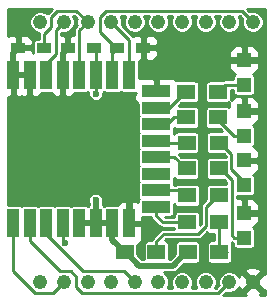
<source format=gbr>
G04 #@! TF.FileFunction,Copper,L1,Top,Signal*
%FSLAX46Y46*%
G04 Gerber Fmt 4.6, Leading zero omitted, Abs format (unit mm)*
G04 Created by KiCad (PCBNEW (after 2015-may-25 BZR unknown)-product) date Wed 03 Jun 2015 02:58:06 PM PDT*
%MOMM*%
G01*
G04 APERTURE LIST*
%ADD10C,0.100000*%
%ADD11R,1.198880X1.198880*%
%ADD12C,1.224000*%
%ADD13R,1.500000X1.300000*%
%ADD14R,1.000000X2.450000*%
%ADD15R,2.450000X1.000000*%
%ADD16R,1.200000X0.900000*%
%ADD17C,0.600000*%
%ADD18C,0.250000*%
%ADD19C,0.500000*%
G04 APERTURE END LIST*
D10*
D11*
X157861000Y-106713020D03*
X157861000Y-104614980D03*
X157861000Y-102268020D03*
X157861000Y-100169980D03*
X157861000Y-98077020D03*
X157861000Y-95978980D03*
X157861000Y-93759020D03*
X157861000Y-91660980D03*
D12*
X140609500Y-110453500D03*
X142609500Y-110453500D03*
X144609500Y-110453500D03*
X146609500Y-110453500D03*
X148609500Y-110453500D03*
X150609500Y-110453500D03*
X152609500Y-110453500D03*
X154609500Y-110453500D03*
X156609500Y-110453500D03*
X158609500Y-110453500D03*
X140609500Y-88453500D03*
X142609500Y-88453500D03*
X144609500Y-88453500D03*
X146609500Y-88453500D03*
X148609500Y-88453500D03*
X150609500Y-88453500D03*
X152609500Y-88453500D03*
X154609500Y-88453500D03*
X156609500Y-88453500D03*
X158609500Y-88453500D03*
D13*
X155782000Y-107924600D03*
X153082000Y-107924600D03*
X150448000Y-107924600D03*
X147748000Y-107924600D03*
X155705800Y-100838000D03*
X153005800Y-100838000D03*
X155702000Y-98679000D03*
X153002000Y-98679000D03*
X155655000Y-96520000D03*
X152955000Y-96520000D03*
X155655000Y-94361000D03*
X152955000Y-94361000D03*
D14*
X148122000Y-92905000D03*
D15*
X150417000Y-104100000D03*
D14*
X138322000Y-105495000D03*
X139722000Y-105495000D03*
X141122000Y-105495000D03*
X142522000Y-105495000D03*
X143922000Y-105495000D03*
X145322000Y-105495000D03*
X146722000Y-105495000D03*
X148122000Y-105495000D03*
D15*
X150417000Y-102700000D03*
X150417000Y-101300000D03*
X150417000Y-99900000D03*
X150417000Y-98500000D03*
X150417000Y-97100000D03*
X150417000Y-95700000D03*
X150417000Y-94300000D03*
D14*
X146722000Y-92905000D03*
X145322000Y-92905000D03*
X143922000Y-92905000D03*
X142522000Y-92905000D03*
X141122000Y-92905000D03*
X139722000Y-92905000D03*
X138322000Y-92905000D03*
D13*
X155735000Y-105410000D03*
X153035000Y-105410000D03*
X155735000Y-103124000D03*
X153035000Y-103124000D03*
D16*
X138727000Y-90627200D03*
X140927000Y-90627200D03*
X142943400Y-90627200D03*
X145143400Y-90627200D03*
X149342200Y-90627200D03*
X147142200Y-90627200D03*
D17*
X148122000Y-103770000D03*
X145288000Y-103505000D03*
X142727285Y-107126389D03*
X145313400Y-94513400D03*
D18*
X157861000Y-106713020D02*
X157011560Y-106713020D01*
X157011560Y-106713020D02*
X156810001Y-106511461D01*
X156810001Y-106511461D02*
X156810001Y-101842201D01*
X156810001Y-101842201D02*
X155805800Y-100838000D01*
X155805800Y-100838000D02*
X155705800Y-100838000D01*
D19*
X142522000Y-92905000D02*
X142522000Y-91048600D01*
X142522000Y-91048600D02*
X142943400Y-90627200D01*
X138322000Y-92905000D02*
X138322000Y-91032200D01*
X138322000Y-91032200D02*
X138727000Y-90627200D01*
X148122000Y-105495000D02*
X148122000Y-103770000D01*
X138322000Y-92905000D02*
X139722000Y-92905000D01*
D18*
X157861000Y-102268020D02*
X157861000Y-101981000D01*
X157861000Y-101981000D02*
X156780801Y-100900801D01*
X156780801Y-100900801D02*
X156780801Y-99657801D01*
X156780801Y-99657801D02*
X155802000Y-98679000D01*
X155802000Y-98679000D02*
X155702000Y-98679000D01*
X157861000Y-98077020D02*
X157011560Y-98077020D01*
X157011560Y-98077020D02*
X155655000Y-96720460D01*
X155655000Y-96720460D02*
X155655000Y-96520000D01*
X157861000Y-93759020D02*
X156256980Y-93759020D01*
X156256980Y-93759020D02*
X155655000Y-94361000D01*
X155782000Y-107924600D02*
X155782000Y-105457000D01*
X155782000Y-105457000D02*
X155735000Y-105410000D01*
X156340800Y-107873800D02*
X156391600Y-107924600D01*
X150417000Y-104100000D02*
X150417000Y-104850000D01*
X150417000Y-104850000D02*
X150977000Y-105410000D01*
X150977000Y-105410000D02*
X152035000Y-105410000D01*
X152035000Y-105410000D02*
X153035000Y-105410000D01*
X150448000Y-107924600D02*
X150448000Y-107024600D01*
X153964999Y-106385001D02*
X154659999Y-105690001D01*
X150448000Y-107024600D02*
X151087599Y-106385001D01*
X155635000Y-103124000D02*
X155735000Y-103124000D01*
X151087599Y-106385001D02*
X153964999Y-106385001D01*
X154659999Y-105690001D02*
X154659999Y-104099001D01*
X154659999Y-104099001D02*
X155635000Y-103124000D01*
X156215400Y-103047800D02*
X156315400Y-103047800D01*
X150417000Y-102700000D02*
X152611000Y-102700000D01*
X152611000Y-102700000D02*
X153035000Y-103124000D01*
X153267600Y-102700000D02*
X153615400Y-103047800D01*
D19*
X147748000Y-107924600D02*
X147848000Y-107924600D01*
X147848000Y-107924600D02*
X148998000Y-109074600D01*
X148998000Y-109074600D02*
X151832000Y-109074600D01*
X151832000Y-109074600D02*
X152982000Y-107924600D01*
X152982000Y-107924600D02*
X153082000Y-107924600D01*
X146722000Y-105495000D02*
X146722000Y-106898600D01*
X146722000Y-106898600D02*
X147748000Y-107924600D01*
X145322000Y-105495000D02*
X145322000Y-103539000D01*
X145322000Y-103539000D02*
X145288000Y-103505000D01*
X143922000Y-105495000D02*
X146722000Y-105495000D01*
D18*
X138322000Y-105495000D02*
X138322000Y-109552762D01*
X138322000Y-109552762D02*
X140159739Y-111390501D01*
X140159739Y-111390501D02*
X141672499Y-111390501D01*
X141672499Y-111390501D02*
X141997501Y-111065499D01*
X141997501Y-111065499D02*
X142609500Y-110453500D01*
X142522000Y-105495000D02*
X142522000Y-106921104D01*
X142522000Y-106921104D02*
X142727285Y-107126389D01*
X145322000Y-92905000D02*
X145322000Y-90805800D01*
X145322000Y-90805800D02*
X145143400Y-90627200D01*
X145322000Y-92905000D02*
X145322000Y-94504800D01*
X145322000Y-94504800D02*
X145313400Y-94513400D01*
X141122000Y-105495000D02*
X141122000Y-106405002D01*
X141122000Y-106405002D02*
X144233497Y-109516499D01*
X144233497Y-109516499D02*
X147672499Y-109516499D01*
X147672499Y-109516499D02*
X147997501Y-109841501D01*
X147997501Y-109841501D02*
X148609500Y-110453500D01*
X139722000Y-105495000D02*
X139722000Y-106970000D01*
X142268499Y-109516499D02*
X143185259Y-109516499D01*
X143185259Y-109516499D02*
X143672499Y-110003739D01*
X155997501Y-111065499D02*
X156609500Y-110453500D01*
X139722000Y-106970000D02*
X142268499Y-109516499D01*
X143672499Y-110003739D02*
X143672499Y-110903261D01*
X143672499Y-110903261D02*
X144159739Y-111390501D01*
X144159739Y-111390501D02*
X155672499Y-111390501D01*
X155672499Y-111390501D02*
X155997501Y-111065499D01*
X141122000Y-92905000D02*
X141122000Y-91994998D01*
X141122000Y-91994998D02*
X141946990Y-91170008D01*
X141946990Y-91170008D02*
X141946990Y-89116010D01*
X141946990Y-89116010D02*
X141997501Y-89065499D01*
X141997501Y-89065499D02*
X142609500Y-88453500D01*
X144609500Y-88453500D02*
X143672499Y-87516499D01*
X143672499Y-87516499D02*
X142033741Y-87516499D01*
X142033741Y-87516499D02*
X141546501Y-88003739D01*
X141546501Y-88003739D02*
X141546501Y-88880089D01*
X141546501Y-88880089D02*
X140927000Y-89499590D01*
X140927000Y-89499590D02*
X140927000Y-89927200D01*
X140927000Y-89927200D02*
X140927000Y-90627200D01*
X143922000Y-92905000D02*
X143922000Y-89141000D01*
X143922000Y-89141000D02*
X144609500Y-88453500D01*
X148122000Y-92905000D02*
X148122000Y-89966000D01*
X148122000Y-89966000D02*
X146609500Y-88453500D01*
X147142200Y-90627200D02*
X146992200Y-90627200D01*
X145672499Y-89307499D02*
X145672499Y-88003739D01*
X146992200Y-90627200D02*
X145672499Y-89307499D01*
X145672499Y-88003739D02*
X146159739Y-87516499D01*
X146159739Y-87516499D02*
X157672499Y-87516499D01*
X157672499Y-87516499D02*
X157997501Y-87841501D01*
X157997501Y-87841501D02*
X158609500Y-88453500D01*
X146722000Y-92905000D02*
X146722000Y-91047400D01*
X146722000Y-91047400D02*
X147142200Y-90627200D01*
X150417000Y-99900000D02*
X151967800Y-99900000D01*
X151967800Y-99900000D02*
X152905800Y-100838000D01*
X152905800Y-100838000D02*
X153005800Y-100838000D01*
X153002000Y-98679000D02*
X150596000Y-98679000D01*
X150596000Y-98679000D02*
X150417000Y-98500000D01*
X152955000Y-96520000D02*
X151955000Y-96520000D01*
X151955000Y-96520000D02*
X151375000Y-97100000D01*
X151375000Y-97100000D02*
X150417000Y-97100000D01*
X152955000Y-94361000D02*
X152855000Y-94361000D01*
X152855000Y-94361000D02*
X151516000Y-95700000D01*
X151516000Y-95700000D02*
X150417000Y-95700000D01*
G36*
X141581844Y-87332000D02*
X141228303Y-87685541D01*
X141203660Y-87722421D01*
X141140961Y-87659613D01*
X140796699Y-87516663D01*
X140423937Y-87516338D01*
X140079425Y-87658687D01*
X139815613Y-87922039D01*
X139672663Y-88266301D01*
X139672338Y-88639063D01*
X139814687Y-88983575D01*
X140078039Y-89247387D01*
X140422301Y-89390337D01*
X140498718Y-89390403D01*
X140477000Y-89499590D01*
X140477000Y-89845833D01*
X140327000Y-89845833D01*
X140203079Y-89869877D01*
X140094163Y-89941422D01*
X140021256Y-90049431D01*
X139995633Y-90177200D01*
X139995633Y-91060617D01*
X139960000Y-91096250D01*
X139960000Y-90951289D01*
X139960000Y-90914450D01*
X139960000Y-90339950D01*
X139960000Y-90303111D01*
X139960000Y-90051288D01*
X139863631Y-89818634D01*
X139685565Y-89640568D01*
X139452911Y-89544200D01*
X139014250Y-89544200D01*
X138856000Y-89702450D01*
X138856000Y-90498200D01*
X139801750Y-90498200D01*
X139960000Y-90339950D01*
X139960000Y-90914450D01*
X139801750Y-90756200D01*
X138856000Y-90756200D01*
X138856000Y-90776200D01*
X138598000Y-90776200D01*
X138598000Y-90756200D01*
X138578000Y-90756200D01*
X138578000Y-90498200D01*
X138598000Y-90498200D01*
X138598000Y-89702450D01*
X138439750Y-89544200D01*
X138001089Y-89544200D01*
X137875000Y-89596427D01*
X137875000Y-87332000D01*
X141581844Y-87332000D01*
X141581844Y-87332000D01*
G37*
X141581844Y-87332000D02*
X141228303Y-87685541D01*
X141203660Y-87722421D01*
X141140961Y-87659613D01*
X140796699Y-87516663D01*
X140423937Y-87516338D01*
X140079425Y-87658687D01*
X139815613Y-87922039D01*
X139672663Y-88266301D01*
X139672338Y-88639063D01*
X139814687Y-88983575D01*
X140078039Y-89247387D01*
X140422301Y-89390337D01*
X140498718Y-89390403D01*
X140477000Y-89499590D01*
X140477000Y-89845833D01*
X140327000Y-89845833D01*
X140203079Y-89869877D01*
X140094163Y-89941422D01*
X140021256Y-90049431D01*
X139995633Y-90177200D01*
X139995633Y-91060617D01*
X139960000Y-91096250D01*
X139960000Y-90951289D01*
X139960000Y-90914450D01*
X139960000Y-90339950D01*
X139960000Y-90303111D01*
X139960000Y-90051288D01*
X139863631Y-89818634D01*
X139685565Y-89640568D01*
X139452911Y-89544200D01*
X139014250Y-89544200D01*
X138856000Y-89702450D01*
X138856000Y-90498200D01*
X139801750Y-90498200D01*
X139960000Y-90339950D01*
X139960000Y-90914450D01*
X139801750Y-90756200D01*
X138856000Y-90756200D01*
X138856000Y-90776200D01*
X138598000Y-90776200D01*
X138598000Y-90756200D01*
X138578000Y-90756200D01*
X138578000Y-90498200D01*
X138598000Y-90498200D01*
X138598000Y-89702450D01*
X138439750Y-89544200D01*
X138001089Y-89544200D01*
X137875000Y-89596427D01*
X137875000Y-87332000D01*
X141581844Y-87332000D01*
G36*
X143706021Y-88720582D02*
X143603802Y-88822802D01*
X143506254Y-88968792D01*
X143472000Y-89141000D01*
X143472000Y-89544200D01*
X143230650Y-89544200D01*
X143072400Y-89702450D01*
X143072400Y-90498200D01*
X143092400Y-90498200D01*
X143092400Y-90756200D01*
X143072400Y-90756200D01*
X143072400Y-90776200D01*
X142814400Y-90776200D01*
X142814400Y-90756200D01*
X142794400Y-90756200D01*
X142794400Y-90498200D01*
X142814400Y-90498200D01*
X142814400Y-89702450D01*
X142656150Y-89544200D01*
X142396990Y-89544200D01*
X142396990Y-89379826D01*
X142422301Y-89390337D01*
X142795063Y-89390662D01*
X143139575Y-89248313D01*
X143403387Y-88984961D01*
X143546337Y-88640699D01*
X143546662Y-88267937D01*
X143422110Y-87966499D01*
X143486103Y-87966499D01*
X143705888Y-88186284D01*
X143672663Y-88266301D01*
X143672338Y-88639063D01*
X143706021Y-88720582D01*
X143706021Y-88720582D01*
G37*
X143706021Y-88720582D02*
X143603802Y-88822802D01*
X143506254Y-88968792D01*
X143472000Y-89141000D01*
X143472000Y-89544200D01*
X143230650Y-89544200D01*
X143072400Y-89702450D01*
X143072400Y-90498200D01*
X143092400Y-90498200D01*
X143092400Y-90756200D01*
X143072400Y-90756200D01*
X143072400Y-90776200D01*
X142814400Y-90776200D01*
X142814400Y-90756200D01*
X142794400Y-90756200D01*
X142794400Y-90498200D01*
X142814400Y-90498200D01*
X142814400Y-89702450D01*
X142656150Y-89544200D01*
X142396990Y-89544200D01*
X142396990Y-89379826D01*
X142422301Y-89390337D01*
X142795063Y-89390662D01*
X143139575Y-89248313D01*
X143403387Y-88984961D01*
X143546337Y-88640699D01*
X143546662Y-88267937D01*
X143422110Y-87966499D01*
X143486103Y-87966499D01*
X143705888Y-88186284D01*
X143672663Y-88266301D01*
X143672338Y-88639063D01*
X143706021Y-88720582D01*
G36*
X151953633Y-105935001D02*
X151087599Y-105935001D01*
X150915392Y-105969254D01*
X150769401Y-106066803D01*
X150129802Y-106706402D01*
X150032254Y-106852392D01*
X150014184Y-106943233D01*
X149698000Y-106943233D01*
X149574079Y-106967277D01*
X149465163Y-107038822D01*
X149392256Y-107146831D01*
X149366633Y-107274600D01*
X149366633Y-108499600D01*
X149236172Y-108499600D01*
X148829367Y-108092794D01*
X148829367Y-107319260D01*
X148980566Y-107256631D01*
X149158632Y-107078565D01*
X149255000Y-106845911D01*
X149255000Y-105782250D01*
X149096750Y-105624000D01*
X148251000Y-105624000D01*
X148251000Y-105644000D01*
X147993000Y-105644000D01*
X147993000Y-105624000D01*
X147973000Y-105624000D01*
X147973000Y-105366000D01*
X147993000Y-105366000D01*
X147993000Y-103795250D01*
X147834750Y-103637000D01*
X147747911Y-103637000D01*
X147496088Y-103637000D01*
X147263434Y-103733369D01*
X147085368Y-103911435D01*
X147074102Y-103938633D01*
X146222000Y-103938633D01*
X146098079Y-103962677D01*
X146021729Y-104012829D01*
X145949769Y-103964256D01*
X145897000Y-103953673D01*
X145897000Y-103668135D01*
X145912891Y-103629866D01*
X145913108Y-103381225D01*
X145818158Y-103151429D01*
X145642496Y-102975460D01*
X145412866Y-102880109D01*
X145164225Y-102879892D01*
X144934429Y-102974842D01*
X144758460Y-103150504D01*
X144663109Y-103380134D01*
X144662892Y-103628775D01*
X144747000Y-103832331D01*
X144747000Y-103953185D01*
X144698079Y-103962677D01*
X144621729Y-104012829D01*
X144549769Y-103964256D01*
X144422000Y-103938633D01*
X143422000Y-103938633D01*
X143298079Y-103962677D01*
X143221729Y-104012829D01*
X143149769Y-103964256D01*
X143022000Y-103938633D01*
X142022000Y-103938633D01*
X141898079Y-103962677D01*
X141821729Y-104012829D01*
X141749769Y-103964256D01*
X141622000Y-103938633D01*
X140622000Y-103938633D01*
X140498079Y-103962677D01*
X140421729Y-104012829D01*
X140349769Y-103964256D01*
X140222000Y-103938633D01*
X139593000Y-103938633D01*
X139593000Y-94604750D01*
X139593000Y-93034000D01*
X139296750Y-93034000D01*
X138747250Y-93034000D01*
X138451000Y-93034000D01*
X138451000Y-94604750D01*
X138609250Y-94763000D01*
X138696089Y-94763000D01*
X138947912Y-94763000D01*
X139022000Y-94732311D01*
X139096088Y-94763000D01*
X139347911Y-94763000D01*
X139434750Y-94763000D01*
X139593000Y-94604750D01*
X139593000Y-103938633D01*
X139222000Y-103938633D01*
X139098079Y-103962677D01*
X139021729Y-104012829D01*
X138949769Y-103964256D01*
X138822000Y-103938633D01*
X137875000Y-103938633D01*
X137875000Y-94763000D01*
X137947911Y-94763000D01*
X138034750Y-94763000D01*
X138193000Y-94604750D01*
X138193000Y-93034000D01*
X138173000Y-93034000D01*
X138173000Y-92776000D01*
X138193000Y-92776000D01*
X138193000Y-92756000D01*
X138451000Y-92756000D01*
X138451000Y-92776000D01*
X138747250Y-92776000D01*
X139296750Y-92776000D01*
X139593000Y-92776000D01*
X139593000Y-92756000D01*
X139851000Y-92756000D01*
X139851000Y-92776000D01*
X139871000Y-92776000D01*
X139871000Y-93034000D01*
X139851000Y-93034000D01*
X139851000Y-94604750D01*
X140009250Y-94763000D01*
X140096089Y-94763000D01*
X140347912Y-94763000D01*
X140580566Y-94666631D01*
X140758632Y-94488565D01*
X140769897Y-94461367D01*
X141474102Y-94461367D01*
X141485368Y-94488565D01*
X141663434Y-94666631D01*
X141896088Y-94763000D01*
X142147911Y-94763000D01*
X142234750Y-94763000D01*
X142393000Y-94604750D01*
X142393000Y-93034000D01*
X142373000Y-93034000D01*
X142373000Y-92776000D01*
X142393000Y-92776000D01*
X142393000Y-92756000D01*
X142651000Y-92756000D01*
X142651000Y-92776000D01*
X142671000Y-92776000D01*
X142671000Y-93034000D01*
X142651000Y-93034000D01*
X142651000Y-94604750D01*
X142809250Y-94763000D01*
X142896089Y-94763000D01*
X143147912Y-94763000D01*
X143380566Y-94666631D01*
X143558632Y-94488565D01*
X143569897Y-94461367D01*
X144422000Y-94461367D01*
X144545921Y-94437323D01*
X144622270Y-94387170D01*
X144688471Y-94431856D01*
X144688292Y-94637175D01*
X144783242Y-94866971D01*
X144958904Y-95042940D01*
X145188534Y-95138291D01*
X145437175Y-95138508D01*
X145666971Y-95043558D01*
X145842940Y-94867896D01*
X145938291Y-94638266D01*
X145938465Y-94438769D01*
X145945921Y-94437323D01*
X146022270Y-94387170D01*
X146094231Y-94435744D01*
X146222000Y-94461367D01*
X147222000Y-94461367D01*
X147345921Y-94437323D01*
X147422270Y-94387170D01*
X147494231Y-94435744D01*
X147622000Y-94461367D01*
X148622000Y-94461367D01*
X148700021Y-94446228D01*
X148559000Y-94587250D01*
X148559000Y-94925911D01*
X148655368Y-95158565D01*
X148833434Y-95336631D01*
X148860633Y-95347897D01*
X148860633Y-96200000D01*
X148884677Y-96323921D01*
X148934829Y-96400270D01*
X148886256Y-96472231D01*
X148860633Y-96600000D01*
X148860633Y-97600000D01*
X148884677Y-97723921D01*
X148934829Y-97800270D01*
X148886256Y-97872231D01*
X148860633Y-98000000D01*
X148860633Y-99000000D01*
X148884677Y-99123921D01*
X148934829Y-99200270D01*
X148886256Y-99272231D01*
X148860633Y-99400000D01*
X148860633Y-100400000D01*
X148884677Y-100523921D01*
X148934829Y-100600270D01*
X148886256Y-100672231D01*
X148860633Y-100800000D01*
X148860633Y-101800000D01*
X148884677Y-101923921D01*
X148934829Y-102000270D01*
X148886256Y-102072231D01*
X148860633Y-102200000D01*
X148860633Y-103200000D01*
X148884677Y-103323921D01*
X148934829Y-103400270D01*
X148886256Y-103472231D01*
X148860633Y-103600000D01*
X148860633Y-103683690D01*
X148747912Y-103637000D01*
X148496089Y-103637000D01*
X148409250Y-103637000D01*
X148251000Y-103795250D01*
X148251000Y-105366000D01*
X149096750Y-105366000D01*
X149255000Y-105207750D01*
X149255000Y-104931367D01*
X149983184Y-104931367D01*
X150001254Y-105022208D01*
X150098802Y-105168198D01*
X150658802Y-105728198D01*
X150804792Y-105825746D01*
X150804793Y-105825747D01*
X150977000Y-105860000D01*
X151953633Y-105860000D01*
X151953633Y-105935001D01*
X151953633Y-105935001D01*
G37*
X151953633Y-105935001D02*
X151087599Y-105935001D01*
X150915392Y-105969254D01*
X150769401Y-106066803D01*
X150129802Y-106706402D01*
X150032254Y-106852392D01*
X150014184Y-106943233D01*
X149698000Y-106943233D01*
X149574079Y-106967277D01*
X149465163Y-107038822D01*
X149392256Y-107146831D01*
X149366633Y-107274600D01*
X149366633Y-108499600D01*
X149236172Y-108499600D01*
X148829367Y-108092794D01*
X148829367Y-107319260D01*
X148980566Y-107256631D01*
X149158632Y-107078565D01*
X149255000Y-106845911D01*
X149255000Y-105782250D01*
X149096750Y-105624000D01*
X148251000Y-105624000D01*
X148251000Y-105644000D01*
X147993000Y-105644000D01*
X147993000Y-105624000D01*
X147973000Y-105624000D01*
X147973000Y-105366000D01*
X147993000Y-105366000D01*
X147993000Y-103795250D01*
X147834750Y-103637000D01*
X147747911Y-103637000D01*
X147496088Y-103637000D01*
X147263434Y-103733369D01*
X147085368Y-103911435D01*
X147074102Y-103938633D01*
X146222000Y-103938633D01*
X146098079Y-103962677D01*
X146021729Y-104012829D01*
X145949769Y-103964256D01*
X145897000Y-103953673D01*
X145897000Y-103668135D01*
X145912891Y-103629866D01*
X145913108Y-103381225D01*
X145818158Y-103151429D01*
X145642496Y-102975460D01*
X145412866Y-102880109D01*
X145164225Y-102879892D01*
X144934429Y-102974842D01*
X144758460Y-103150504D01*
X144663109Y-103380134D01*
X144662892Y-103628775D01*
X144747000Y-103832331D01*
X144747000Y-103953185D01*
X144698079Y-103962677D01*
X144621729Y-104012829D01*
X144549769Y-103964256D01*
X144422000Y-103938633D01*
X143422000Y-103938633D01*
X143298079Y-103962677D01*
X143221729Y-104012829D01*
X143149769Y-103964256D01*
X143022000Y-103938633D01*
X142022000Y-103938633D01*
X141898079Y-103962677D01*
X141821729Y-104012829D01*
X141749769Y-103964256D01*
X141622000Y-103938633D01*
X140622000Y-103938633D01*
X140498079Y-103962677D01*
X140421729Y-104012829D01*
X140349769Y-103964256D01*
X140222000Y-103938633D01*
X139593000Y-103938633D01*
X139593000Y-94604750D01*
X139593000Y-93034000D01*
X139296750Y-93034000D01*
X138747250Y-93034000D01*
X138451000Y-93034000D01*
X138451000Y-94604750D01*
X138609250Y-94763000D01*
X138696089Y-94763000D01*
X138947912Y-94763000D01*
X139022000Y-94732311D01*
X139096088Y-94763000D01*
X139347911Y-94763000D01*
X139434750Y-94763000D01*
X139593000Y-94604750D01*
X139593000Y-103938633D01*
X139222000Y-103938633D01*
X139098079Y-103962677D01*
X139021729Y-104012829D01*
X138949769Y-103964256D01*
X138822000Y-103938633D01*
X137875000Y-103938633D01*
X137875000Y-94763000D01*
X137947911Y-94763000D01*
X138034750Y-94763000D01*
X138193000Y-94604750D01*
X138193000Y-93034000D01*
X138173000Y-93034000D01*
X138173000Y-92776000D01*
X138193000Y-92776000D01*
X138193000Y-92756000D01*
X138451000Y-92756000D01*
X138451000Y-92776000D01*
X138747250Y-92776000D01*
X139296750Y-92776000D01*
X139593000Y-92776000D01*
X139593000Y-92756000D01*
X139851000Y-92756000D01*
X139851000Y-92776000D01*
X139871000Y-92776000D01*
X139871000Y-93034000D01*
X139851000Y-93034000D01*
X139851000Y-94604750D01*
X140009250Y-94763000D01*
X140096089Y-94763000D01*
X140347912Y-94763000D01*
X140580566Y-94666631D01*
X140758632Y-94488565D01*
X140769897Y-94461367D01*
X141474102Y-94461367D01*
X141485368Y-94488565D01*
X141663434Y-94666631D01*
X141896088Y-94763000D01*
X142147911Y-94763000D01*
X142234750Y-94763000D01*
X142393000Y-94604750D01*
X142393000Y-93034000D01*
X142373000Y-93034000D01*
X142373000Y-92776000D01*
X142393000Y-92776000D01*
X142393000Y-92756000D01*
X142651000Y-92756000D01*
X142651000Y-92776000D01*
X142671000Y-92776000D01*
X142671000Y-93034000D01*
X142651000Y-93034000D01*
X142651000Y-94604750D01*
X142809250Y-94763000D01*
X142896089Y-94763000D01*
X143147912Y-94763000D01*
X143380566Y-94666631D01*
X143558632Y-94488565D01*
X143569897Y-94461367D01*
X144422000Y-94461367D01*
X144545921Y-94437323D01*
X144622270Y-94387170D01*
X144688471Y-94431856D01*
X144688292Y-94637175D01*
X144783242Y-94866971D01*
X144958904Y-95042940D01*
X145188534Y-95138291D01*
X145437175Y-95138508D01*
X145666971Y-95043558D01*
X145842940Y-94867896D01*
X145938291Y-94638266D01*
X145938465Y-94438769D01*
X145945921Y-94437323D01*
X146022270Y-94387170D01*
X146094231Y-94435744D01*
X146222000Y-94461367D01*
X147222000Y-94461367D01*
X147345921Y-94437323D01*
X147422270Y-94387170D01*
X147494231Y-94435744D01*
X147622000Y-94461367D01*
X148622000Y-94461367D01*
X148700021Y-94446228D01*
X148559000Y-94587250D01*
X148559000Y-94925911D01*
X148655368Y-95158565D01*
X148833434Y-95336631D01*
X148860633Y-95347897D01*
X148860633Y-96200000D01*
X148884677Y-96323921D01*
X148934829Y-96400270D01*
X148886256Y-96472231D01*
X148860633Y-96600000D01*
X148860633Y-97600000D01*
X148884677Y-97723921D01*
X148934829Y-97800270D01*
X148886256Y-97872231D01*
X148860633Y-98000000D01*
X148860633Y-99000000D01*
X148884677Y-99123921D01*
X148934829Y-99200270D01*
X148886256Y-99272231D01*
X148860633Y-99400000D01*
X148860633Y-100400000D01*
X148884677Y-100523921D01*
X148934829Y-100600270D01*
X148886256Y-100672231D01*
X148860633Y-100800000D01*
X148860633Y-101800000D01*
X148884677Y-101923921D01*
X148934829Y-102000270D01*
X148886256Y-102072231D01*
X148860633Y-102200000D01*
X148860633Y-103200000D01*
X148884677Y-103323921D01*
X148934829Y-103400270D01*
X148886256Y-103472231D01*
X148860633Y-103600000D01*
X148860633Y-103683690D01*
X148747912Y-103637000D01*
X148496089Y-103637000D01*
X148409250Y-103637000D01*
X148251000Y-103795250D01*
X148251000Y-105366000D01*
X149096750Y-105366000D01*
X149255000Y-105207750D01*
X149255000Y-104931367D01*
X149983184Y-104931367D01*
X150001254Y-105022208D01*
X150098802Y-105168198D01*
X150658802Y-105728198D01*
X150804792Y-105825746D01*
X150804793Y-105825747D01*
X150977000Y-105860000D01*
X151953633Y-105860000D01*
X151953633Y-105935001D01*
G36*
X159625000Y-111582000D02*
X159172481Y-111582000D01*
X159247404Y-111550966D01*
X159298665Y-111325099D01*
X158609500Y-110635934D01*
X157920335Y-111325099D01*
X157971596Y-111550966D01*
X158062149Y-111582000D01*
X156117396Y-111582000D01*
X156315699Y-111383697D01*
X156342284Y-111357111D01*
X156422301Y-111390337D01*
X156795063Y-111390662D01*
X157139575Y-111248313D01*
X157403387Y-110984961D01*
X157435704Y-110907130D01*
X157512034Y-111091404D01*
X157737901Y-111142665D01*
X158427066Y-110453500D01*
X157737901Y-109764335D01*
X157512034Y-109815596D01*
X157442995Y-110017043D01*
X157404313Y-109923425D01*
X157140961Y-109659613D01*
X156796699Y-109516663D01*
X156423937Y-109516338D01*
X156079425Y-109658687D01*
X155815613Y-109922039D01*
X155672663Y-110266301D01*
X155672338Y-110639063D01*
X155706021Y-110720582D01*
X155679303Y-110747301D01*
X155486103Y-110940501D01*
X155421848Y-110940501D01*
X155546337Y-110640699D01*
X155546662Y-110267937D01*
X155404313Y-109923425D01*
X155140961Y-109659613D01*
X154796699Y-109516663D01*
X154423937Y-109516338D01*
X154079425Y-109658687D01*
X153815613Y-109922039D01*
X153672663Y-110266301D01*
X153672338Y-110639063D01*
X153796889Y-110940501D01*
X153421848Y-110940501D01*
X153546337Y-110640699D01*
X153546662Y-110267937D01*
X153404313Y-109923425D01*
X153140961Y-109659613D01*
X152796699Y-109516663D01*
X152423937Y-109516338D01*
X152079425Y-109658687D01*
X151815613Y-109922039D01*
X151672663Y-110266301D01*
X151672338Y-110639063D01*
X151796889Y-110940501D01*
X151421848Y-110940501D01*
X151546337Y-110640699D01*
X151546662Y-110267937D01*
X151404313Y-109923425D01*
X151140961Y-109659613D01*
X151116847Y-109649600D01*
X151832000Y-109649600D01*
X151832000Y-109649599D01*
X152052043Y-109605831D01*
X152238586Y-109481186D01*
X152813805Y-108905967D01*
X153832000Y-108905967D01*
X153955921Y-108881923D01*
X154064837Y-108810378D01*
X154137744Y-108702369D01*
X154163367Y-108574600D01*
X154163367Y-107274600D01*
X154139323Y-107150679D01*
X154067778Y-107041763D01*
X153959769Y-106968856D01*
X153832000Y-106943233D01*
X152332000Y-106943233D01*
X152208079Y-106967277D01*
X152099163Y-107038822D01*
X152026256Y-107146831D01*
X152000633Y-107274600D01*
X152000633Y-108092794D01*
X151593827Y-108499600D01*
X151529367Y-108499600D01*
X151529367Y-107274600D01*
X151505323Y-107150679D01*
X151433778Y-107041763D01*
X151325769Y-106968856D01*
X151198000Y-106943233D01*
X151165763Y-106943233D01*
X151273995Y-106835001D01*
X153964999Y-106835001D01*
X154137206Y-106800747D01*
X154137207Y-106800747D01*
X154283197Y-106703199D01*
X154727154Y-106259241D01*
X154749222Y-106292837D01*
X154857231Y-106365744D01*
X154985000Y-106391367D01*
X155332000Y-106391367D01*
X155332000Y-106943233D01*
X155032000Y-106943233D01*
X154908079Y-106967277D01*
X154799163Y-107038822D01*
X154726256Y-107146831D01*
X154700633Y-107274600D01*
X154700633Y-108574600D01*
X154724677Y-108698521D01*
X154796222Y-108807437D01*
X154904231Y-108880344D01*
X155032000Y-108905967D01*
X156532000Y-108905967D01*
X156655921Y-108881923D01*
X156764837Y-108810378D01*
X156837744Y-108702369D01*
X156863367Y-108574600D01*
X156863367Y-107274600D01*
X156839323Y-107150679D01*
X156813645Y-107111589D01*
X156839352Y-107128766D01*
X156930193Y-107146835D01*
X156930193Y-107312460D01*
X156954237Y-107436381D01*
X157025782Y-107545297D01*
X157133791Y-107618204D01*
X157261560Y-107643827D01*
X158460440Y-107643827D01*
X158584361Y-107619783D01*
X158693277Y-107548238D01*
X158766184Y-107440229D01*
X158791807Y-107312460D01*
X158791807Y-106113580D01*
X158767763Y-105989659D01*
X158696218Y-105880743D01*
X158623844Y-105831890D01*
X158819006Y-105751051D01*
X158997072Y-105572985D01*
X159093440Y-105340331D01*
X159093440Y-104902230D01*
X159093440Y-104327730D01*
X159093440Y-103889629D01*
X158997072Y-103656975D01*
X158819006Y-103478909D01*
X158586352Y-103382540D01*
X158334529Y-103382540D01*
X158148250Y-103382540D01*
X157990000Y-103540790D01*
X157990000Y-104485980D01*
X158935190Y-104485980D01*
X159093440Y-104327730D01*
X159093440Y-104902230D01*
X158935190Y-104743980D01*
X157990000Y-104743980D01*
X157990000Y-104763980D01*
X157732000Y-104763980D01*
X157732000Y-104743980D01*
X157712000Y-104743980D01*
X157712000Y-104485980D01*
X157732000Y-104485980D01*
X157732000Y-103540790D01*
X157573750Y-103382540D01*
X157387471Y-103382540D01*
X157260001Y-103382540D01*
X157260001Y-103198514D01*
X157261560Y-103198827D01*
X158460440Y-103198827D01*
X158584361Y-103174783D01*
X158693277Y-103103238D01*
X158766184Y-102995229D01*
X158791807Y-102867460D01*
X158791807Y-101668580D01*
X158767763Y-101544659D01*
X158696218Y-101435743D01*
X158623844Y-101386890D01*
X158819006Y-101306051D01*
X158997072Y-101127985D01*
X159093440Y-100895331D01*
X159093440Y-100457230D01*
X158935190Y-100298980D01*
X157990000Y-100298980D01*
X157990000Y-100318980D01*
X157732000Y-100318980D01*
X157732000Y-100298980D01*
X157712000Y-100298980D01*
X157712000Y-100040980D01*
X157732000Y-100040980D01*
X157732000Y-100020980D01*
X157990000Y-100020980D01*
X157990000Y-100040980D01*
X158935190Y-100040980D01*
X159093440Y-99882730D01*
X159093440Y-99444629D01*
X158997072Y-99211975D01*
X158819006Y-99033909D01*
X158628304Y-98954917D01*
X158693277Y-98912238D01*
X158766184Y-98804229D01*
X158791807Y-98676460D01*
X158791807Y-97477580D01*
X158767763Y-97353659D01*
X158696218Y-97244743D01*
X158623844Y-97195890D01*
X158819006Y-97115051D01*
X158997072Y-96936985D01*
X159093440Y-96704331D01*
X159093440Y-96266230D01*
X159093440Y-95691730D01*
X159093440Y-95253629D01*
X158997072Y-95020975D01*
X158819006Y-94842909D01*
X158586352Y-94746540D01*
X158334529Y-94746540D01*
X158148250Y-94746540D01*
X157990000Y-94904790D01*
X157990000Y-95849980D01*
X158935190Y-95849980D01*
X159093440Y-95691730D01*
X159093440Y-96266230D01*
X158935190Y-96107980D01*
X157990000Y-96107980D01*
X157990000Y-96127980D01*
X157732000Y-96127980D01*
X157732000Y-96107980D01*
X157712000Y-96107980D01*
X157712000Y-95849980D01*
X157732000Y-95849980D01*
X157732000Y-94904790D01*
X157573750Y-94746540D01*
X157387471Y-94746540D01*
X157135648Y-94746540D01*
X156902994Y-94842909D01*
X156736367Y-95009536D01*
X156736367Y-94209020D01*
X156930193Y-94209020D01*
X156930193Y-94358460D01*
X156954237Y-94482381D01*
X157025782Y-94591297D01*
X157133791Y-94664204D01*
X157261560Y-94689827D01*
X158460440Y-94689827D01*
X158584361Y-94665783D01*
X158693277Y-94594238D01*
X158766184Y-94486229D01*
X158791807Y-94358460D01*
X158791807Y-93159580D01*
X158767763Y-93035659D01*
X158696218Y-92926743D01*
X158623844Y-92877890D01*
X158819006Y-92797051D01*
X158997072Y-92618985D01*
X159093440Y-92386331D01*
X159093440Y-91948230D01*
X159093440Y-91373730D01*
X159093440Y-90935629D01*
X158997072Y-90702975D01*
X158819006Y-90524909D01*
X158586352Y-90428540D01*
X158334529Y-90428540D01*
X158148250Y-90428540D01*
X157990000Y-90586790D01*
X157990000Y-91531980D01*
X158935190Y-91531980D01*
X159093440Y-91373730D01*
X159093440Y-91948230D01*
X158935190Y-91789980D01*
X157990000Y-91789980D01*
X157990000Y-91809980D01*
X157732000Y-91809980D01*
X157732000Y-91789980D01*
X157732000Y-91531980D01*
X157732000Y-90586790D01*
X157573750Y-90428540D01*
X157387471Y-90428540D01*
X157135648Y-90428540D01*
X156902994Y-90524909D01*
X156724928Y-90702975D01*
X156628560Y-90935629D01*
X156628560Y-91373730D01*
X156786810Y-91531980D01*
X157732000Y-91531980D01*
X157732000Y-91789980D01*
X156786810Y-91789980D01*
X156628560Y-91948230D01*
X156628560Y-92386331D01*
X156724928Y-92618985D01*
X156902994Y-92797051D01*
X157098438Y-92878007D01*
X157028723Y-92923802D01*
X156955816Y-93031811D01*
X156930193Y-93159580D01*
X156930193Y-93309020D01*
X156256980Y-93309020D01*
X156084772Y-93343274D01*
X156030357Y-93379633D01*
X154905000Y-93379633D01*
X154781079Y-93403677D01*
X154672163Y-93475222D01*
X154599256Y-93583231D01*
X154573633Y-93711000D01*
X154573633Y-95011000D01*
X154597677Y-95134921D01*
X154669222Y-95243837D01*
X154777231Y-95316744D01*
X154905000Y-95342367D01*
X156405000Y-95342367D01*
X156528921Y-95318323D01*
X156628990Y-95252588D01*
X156628560Y-95253629D01*
X156628560Y-95628915D01*
X156532769Y-95564256D01*
X156405000Y-95538633D01*
X154905000Y-95538633D01*
X154781079Y-95562677D01*
X154672163Y-95634222D01*
X154599256Y-95742231D01*
X154573633Y-95870000D01*
X154573633Y-97170000D01*
X154597677Y-97293921D01*
X154669222Y-97402837D01*
X154777231Y-97475744D01*
X154905000Y-97501367D01*
X155799511Y-97501367D01*
X155995777Y-97697633D01*
X154952000Y-97697633D01*
X154828079Y-97721677D01*
X154719163Y-97793222D01*
X154646256Y-97901231D01*
X154620633Y-98029000D01*
X154620633Y-99329000D01*
X154644677Y-99452921D01*
X154716222Y-99561837D01*
X154824231Y-99634744D01*
X154952000Y-99660367D01*
X156146971Y-99660367D01*
X156330801Y-99844197D01*
X156330801Y-99856633D01*
X154955800Y-99856633D01*
X154831879Y-99880677D01*
X154722963Y-99952222D01*
X154650056Y-100060231D01*
X154624433Y-100188000D01*
X154624433Y-101488000D01*
X154648477Y-101611921D01*
X154720022Y-101720837D01*
X154828031Y-101793744D01*
X154955800Y-101819367D01*
X156150771Y-101819367D01*
X156360001Y-102028597D01*
X156360001Y-102142633D01*
X154985000Y-102142633D01*
X154861079Y-102166677D01*
X154752163Y-102238222D01*
X154679256Y-102346231D01*
X154653633Y-102474000D01*
X154653633Y-103468971D01*
X154341801Y-103780803D01*
X154244253Y-103926793D01*
X154209999Y-104099001D01*
X154209999Y-105503605D01*
X154116367Y-105597237D01*
X154116367Y-104760000D01*
X154092323Y-104636079D01*
X154020778Y-104527163D01*
X153912769Y-104454256D01*
X153785000Y-104428633D01*
X152285000Y-104428633D01*
X152161079Y-104452677D01*
X152052163Y-104524222D01*
X151979256Y-104632231D01*
X151953633Y-104760000D01*
X151953633Y-104960000D01*
X151163396Y-104960000D01*
X151134763Y-104931367D01*
X151642000Y-104931367D01*
X151765921Y-104907323D01*
X151874837Y-104835778D01*
X151947744Y-104727769D01*
X151973367Y-104600000D01*
X151973367Y-103875707D01*
X151977677Y-103897921D01*
X152049222Y-104006837D01*
X152157231Y-104079744D01*
X152285000Y-104105367D01*
X153785000Y-104105367D01*
X153908921Y-104081323D01*
X154017837Y-104009778D01*
X154090744Y-103901769D01*
X154116367Y-103774000D01*
X154116367Y-102474000D01*
X154092323Y-102350079D01*
X154020778Y-102241163D01*
X153912769Y-102168256D01*
X153785000Y-102142633D01*
X152285000Y-102142633D01*
X152161079Y-102166677D01*
X152052163Y-102238222D01*
X152044212Y-102250000D01*
X151973367Y-102250000D01*
X151973367Y-102200000D01*
X151949323Y-102076079D01*
X151899170Y-101999729D01*
X151947744Y-101927769D01*
X151973367Y-101800000D01*
X151973367Y-101649812D01*
X152020022Y-101720837D01*
X152128031Y-101793744D01*
X152255800Y-101819367D01*
X153755800Y-101819367D01*
X153879721Y-101795323D01*
X153988637Y-101723778D01*
X154061544Y-101615769D01*
X154087167Y-101488000D01*
X154087167Y-100188000D01*
X154063123Y-100064079D01*
X153991578Y-99955163D01*
X153883569Y-99882256D01*
X153755800Y-99856633D01*
X152560829Y-99856633D01*
X152364563Y-99660367D01*
X153752000Y-99660367D01*
X153875921Y-99636323D01*
X153984837Y-99564778D01*
X154057744Y-99456769D01*
X154083367Y-99329000D01*
X154083367Y-98029000D01*
X154059323Y-97905079D01*
X153987778Y-97796163D01*
X153879769Y-97723256D01*
X153752000Y-97697633D01*
X152252000Y-97697633D01*
X152128079Y-97721677D01*
X152019163Y-97793222D01*
X151952428Y-97892086D01*
X151949323Y-97876079D01*
X151899170Y-97799729D01*
X151947744Y-97727769D01*
X151973367Y-97600000D01*
X151973367Y-97405634D01*
X152077231Y-97475744D01*
X152205000Y-97501367D01*
X153705000Y-97501367D01*
X153828921Y-97477323D01*
X153937837Y-97405778D01*
X154010744Y-97297769D01*
X154036367Y-97170000D01*
X154036367Y-95870000D01*
X154012323Y-95746079D01*
X153940778Y-95637163D01*
X153832769Y-95564256D01*
X153705000Y-95538633D01*
X152313763Y-95538633D01*
X152510029Y-95342367D01*
X153705000Y-95342367D01*
X153828921Y-95318323D01*
X153937837Y-95246778D01*
X154010744Y-95138769D01*
X154036367Y-95011000D01*
X154036367Y-93711000D01*
X154012323Y-93587079D01*
X153940778Y-93478163D01*
X153832769Y-93405256D01*
X153705000Y-93379633D01*
X152205000Y-93379633D01*
X152131157Y-93393960D01*
X152000566Y-93263369D01*
X151767912Y-93167000D01*
X151516089Y-93167000D01*
X150704250Y-93167000D01*
X150575200Y-93296050D01*
X150575200Y-91203112D01*
X150575200Y-90951289D01*
X150575200Y-90914450D01*
X150575200Y-90339950D01*
X150575200Y-90303111D01*
X150575200Y-90051288D01*
X150478831Y-89818634D01*
X150300765Y-89640568D01*
X150068111Y-89544200D01*
X149629450Y-89544200D01*
X149471200Y-89702450D01*
X149471200Y-90498200D01*
X150416950Y-90498200D01*
X150575200Y-90339950D01*
X150575200Y-90914450D01*
X150416950Y-90756200D01*
X149471200Y-90756200D01*
X149471200Y-91551950D01*
X149629450Y-91710200D01*
X150068111Y-91710200D01*
X150300765Y-91613832D01*
X150478831Y-91435766D01*
X150575200Y-91203112D01*
X150575200Y-93296050D01*
X150546000Y-93325250D01*
X150546000Y-94171000D01*
X150566000Y-94171000D01*
X150566000Y-94429000D01*
X150546000Y-94429000D01*
X150546000Y-94449000D01*
X150288000Y-94449000D01*
X150288000Y-94429000D01*
X150268000Y-94429000D01*
X150268000Y-94171000D01*
X150288000Y-94171000D01*
X150288000Y-93325250D01*
X150129750Y-93167000D01*
X149317911Y-93167000D01*
X149066088Y-93167000D01*
X148953367Y-93213690D01*
X148953367Y-91710200D01*
X149054950Y-91710200D01*
X149213200Y-91551950D01*
X149213200Y-90756200D01*
X149193200Y-90756200D01*
X149193200Y-90498200D01*
X149213200Y-90498200D01*
X149213200Y-89702450D01*
X149054950Y-89544200D01*
X148616289Y-89544200D01*
X148418515Y-89626119D01*
X147513111Y-88720715D01*
X147546337Y-88640699D01*
X147546662Y-88267937D01*
X147422110Y-87966499D01*
X147797151Y-87966499D01*
X147672663Y-88266301D01*
X147672338Y-88639063D01*
X147814687Y-88983575D01*
X148078039Y-89247387D01*
X148422301Y-89390337D01*
X148795063Y-89390662D01*
X149139575Y-89248313D01*
X149403387Y-88984961D01*
X149546337Y-88640699D01*
X149546662Y-88267937D01*
X149422110Y-87966499D01*
X149797151Y-87966499D01*
X149672663Y-88266301D01*
X149672338Y-88639063D01*
X149814687Y-88983575D01*
X150078039Y-89247387D01*
X150422301Y-89390337D01*
X150795063Y-89390662D01*
X151139575Y-89248313D01*
X151403387Y-88984961D01*
X151546337Y-88640699D01*
X151546662Y-88267937D01*
X151422110Y-87966499D01*
X151797151Y-87966499D01*
X151672663Y-88266301D01*
X151672338Y-88639063D01*
X151814687Y-88983575D01*
X152078039Y-89247387D01*
X152422301Y-89390337D01*
X152795063Y-89390662D01*
X153139575Y-89248313D01*
X153403387Y-88984961D01*
X153546337Y-88640699D01*
X153546662Y-88267937D01*
X153422110Y-87966499D01*
X153797151Y-87966499D01*
X153672663Y-88266301D01*
X153672338Y-88639063D01*
X153814687Y-88983575D01*
X154078039Y-89247387D01*
X154422301Y-89390337D01*
X154795063Y-89390662D01*
X155139575Y-89248313D01*
X155403387Y-88984961D01*
X155546337Y-88640699D01*
X155546662Y-88267937D01*
X155422110Y-87966499D01*
X155797151Y-87966499D01*
X155672663Y-88266301D01*
X155672338Y-88639063D01*
X155814687Y-88983575D01*
X156078039Y-89247387D01*
X156422301Y-89390337D01*
X156795063Y-89390662D01*
X157139575Y-89248313D01*
X157403387Y-88984961D01*
X157546337Y-88640699D01*
X157546662Y-88267937D01*
X157422110Y-87966499D01*
X157486103Y-87966499D01*
X157679303Y-88159699D01*
X157705888Y-88186284D01*
X157672663Y-88266301D01*
X157672338Y-88639063D01*
X157814687Y-88983575D01*
X158078039Y-89247387D01*
X158422301Y-89390337D01*
X158795063Y-89390662D01*
X159139575Y-89248313D01*
X159403387Y-88984961D01*
X159546337Y-88640699D01*
X159546662Y-88267937D01*
X159404313Y-87923425D01*
X159140961Y-87659613D01*
X158796699Y-87516663D01*
X158423937Y-87516338D01*
X158342417Y-87550021D01*
X158315699Y-87523303D01*
X158124396Y-87332000D01*
X159625000Y-87332000D01*
X159625000Y-109796993D01*
X159481099Y-109764335D01*
X159298665Y-109946769D01*
X159298665Y-109581901D01*
X159247404Y-109356034D01*
X158778863Y-109195458D01*
X158284539Y-109226408D01*
X157971596Y-109356034D01*
X157920335Y-109581901D01*
X158609500Y-110271066D01*
X159298665Y-109581901D01*
X159298665Y-109946769D01*
X158791934Y-110453500D01*
X159481099Y-111142665D01*
X159625000Y-111110006D01*
X159625000Y-111582000D01*
X159625000Y-111582000D01*
G37*
X159625000Y-111582000D02*
X159172481Y-111582000D01*
X159247404Y-111550966D01*
X159298665Y-111325099D01*
X158609500Y-110635934D01*
X157920335Y-111325099D01*
X157971596Y-111550966D01*
X158062149Y-111582000D01*
X156117396Y-111582000D01*
X156315699Y-111383697D01*
X156342284Y-111357111D01*
X156422301Y-111390337D01*
X156795063Y-111390662D01*
X157139575Y-111248313D01*
X157403387Y-110984961D01*
X157435704Y-110907130D01*
X157512034Y-111091404D01*
X157737901Y-111142665D01*
X158427066Y-110453500D01*
X157737901Y-109764335D01*
X157512034Y-109815596D01*
X157442995Y-110017043D01*
X157404313Y-109923425D01*
X157140961Y-109659613D01*
X156796699Y-109516663D01*
X156423937Y-109516338D01*
X156079425Y-109658687D01*
X155815613Y-109922039D01*
X155672663Y-110266301D01*
X155672338Y-110639063D01*
X155706021Y-110720582D01*
X155679303Y-110747301D01*
X155486103Y-110940501D01*
X155421848Y-110940501D01*
X155546337Y-110640699D01*
X155546662Y-110267937D01*
X155404313Y-109923425D01*
X155140961Y-109659613D01*
X154796699Y-109516663D01*
X154423937Y-109516338D01*
X154079425Y-109658687D01*
X153815613Y-109922039D01*
X153672663Y-110266301D01*
X153672338Y-110639063D01*
X153796889Y-110940501D01*
X153421848Y-110940501D01*
X153546337Y-110640699D01*
X153546662Y-110267937D01*
X153404313Y-109923425D01*
X153140961Y-109659613D01*
X152796699Y-109516663D01*
X152423937Y-109516338D01*
X152079425Y-109658687D01*
X151815613Y-109922039D01*
X151672663Y-110266301D01*
X151672338Y-110639063D01*
X151796889Y-110940501D01*
X151421848Y-110940501D01*
X151546337Y-110640699D01*
X151546662Y-110267937D01*
X151404313Y-109923425D01*
X151140961Y-109659613D01*
X151116847Y-109649600D01*
X151832000Y-109649600D01*
X151832000Y-109649599D01*
X152052043Y-109605831D01*
X152238586Y-109481186D01*
X152813805Y-108905967D01*
X153832000Y-108905967D01*
X153955921Y-108881923D01*
X154064837Y-108810378D01*
X154137744Y-108702369D01*
X154163367Y-108574600D01*
X154163367Y-107274600D01*
X154139323Y-107150679D01*
X154067778Y-107041763D01*
X153959769Y-106968856D01*
X153832000Y-106943233D01*
X152332000Y-106943233D01*
X152208079Y-106967277D01*
X152099163Y-107038822D01*
X152026256Y-107146831D01*
X152000633Y-107274600D01*
X152000633Y-108092794D01*
X151593827Y-108499600D01*
X151529367Y-108499600D01*
X151529367Y-107274600D01*
X151505323Y-107150679D01*
X151433778Y-107041763D01*
X151325769Y-106968856D01*
X151198000Y-106943233D01*
X151165763Y-106943233D01*
X151273995Y-106835001D01*
X153964999Y-106835001D01*
X154137206Y-106800747D01*
X154137207Y-106800747D01*
X154283197Y-106703199D01*
X154727154Y-106259241D01*
X154749222Y-106292837D01*
X154857231Y-106365744D01*
X154985000Y-106391367D01*
X155332000Y-106391367D01*
X155332000Y-106943233D01*
X155032000Y-106943233D01*
X154908079Y-106967277D01*
X154799163Y-107038822D01*
X154726256Y-107146831D01*
X154700633Y-107274600D01*
X154700633Y-108574600D01*
X154724677Y-108698521D01*
X154796222Y-108807437D01*
X154904231Y-108880344D01*
X155032000Y-108905967D01*
X156532000Y-108905967D01*
X156655921Y-108881923D01*
X156764837Y-108810378D01*
X156837744Y-108702369D01*
X156863367Y-108574600D01*
X156863367Y-107274600D01*
X156839323Y-107150679D01*
X156813645Y-107111589D01*
X156839352Y-107128766D01*
X156930193Y-107146835D01*
X156930193Y-107312460D01*
X156954237Y-107436381D01*
X157025782Y-107545297D01*
X157133791Y-107618204D01*
X157261560Y-107643827D01*
X158460440Y-107643827D01*
X158584361Y-107619783D01*
X158693277Y-107548238D01*
X158766184Y-107440229D01*
X158791807Y-107312460D01*
X158791807Y-106113580D01*
X158767763Y-105989659D01*
X158696218Y-105880743D01*
X158623844Y-105831890D01*
X158819006Y-105751051D01*
X158997072Y-105572985D01*
X159093440Y-105340331D01*
X159093440Y-104902230D01*
X159093440Y-104327730D01*
X159093440Y-103889629D01*
X158997072Y-103656975D01*
X158819006Y-103478909D01*
X158586352Y-103382540D01*
X158334529Y-103382540D01*
X158148250Y-103382540D01*
X157990000Y-103540790D01*
X157990000Y-104485980D01*
X158935190Y-104485980D01*
X159093440Y-104327730D01*
X159093440Y-104902230D01*
X158935190Y-104743980D01*
X157990000Y-104743980D01*
X157990000Y-104763980D01*
X157732000Y-104763980D01*
X157732000Y-104743980D01*
X157712000Y-104743980D01*
X157712000Y-104485980D01*
X157732000Y-104485980D01*
X157732000Y-103540790D01*
X157573750Y-103382540D01*
X157387471Y-103382540D01*
X157260001Y-103382540D01*
X157260001Y-103198514D01*
X157261560Y-103198827D01*
X158460440Y-103198827D01*
X158584361Y-103174783D01*
X158693277Y-103103238D01*
X158766184Y-102995229D01*
X158791807Y-102867460D01*
X158791807Y-101668580D01*
X158767763Y-101544659D01*
X158696218Y-101435743D01*
X158623844Y-101386890D01*
X158819006Y-101306051D01*
X158997072Y-101127985D01*
X159093440Y-100895331D01*
X159093440Y-100457230D01*
X158935190Y-100298980D01*
X157990000Y-100298980D01*
X157990000Y-100318980D01*
X157732000Y-100318980D01*
X157732000Y-100298980D01*
X157712000Y-100298980D01*
X157712000Y-100040980D01*
X157732000Y-100040980D01*
X157732000Y-100020980D01*
X157990000Y-100020980D01*
X157990000Y-100040980D01*
X158935190Y-100040980D01*
X159093440Y-99882730D01*
X159093440Y-99444629D01*
X158997072Y-99211975D01*
X158819006Y-99033909D01*
X158628304Y-98954917D01*
X158693277Y-98912238D01*
X158766184Y-98804229D01*
X158791807Y-98676460D01*
X158791807Y-97477580D01*
X158767763Y-97353659D01*
X158696218Y-97244743D01*
X158623844Y-97195890D01*
X158819006Y-97115051D01*
X158997072Y-96936985D01*
X159093440Y-96704331D01*
X159093440Y-96266230D01*
X159093440Y-95691730D01*
X159093440Y-95253629D01*
X158997072Y-95020975D01*
X158819006Y-94842909D01*
X158586352Y-94746540D01*
X158334529Y-94746540D01*
X158148250Y-94746540D01*
X157990000Y-94904790D01*
X157990000Y-95849980D01*
X158935190Y-95849980D01*
X159093440Y-95691730D01*
X159093440Y-96266230D01*
X158935190Y-96107980D01*
X157990000Y-96107980D01*
X157990000Y-96127980D01*
X157732000Y-96127980D01*
X157732000Y-96107980D01*
X157712000Y-96107980D01*
X157712000Y-95849980D01*
X157732000Y-95849980D01*
X157732000Y-94904790D01*
X157573750Y-94746540D01*
X157387471Y-94746540D01*
X157135648Y-94746540D01*
X156902994Y-94842909D01*
X156736367Y-95009536D01*
X156736367Y-94209020D01*
X156930193Y-94209020D01*
X156930193Y-94358460D01*
X156954237Y-94482381D01*
X157025782Y-94591297D01*
X157133791Y-94664204D01*
X157261560Y-94689827D01*
X158460440Y-94689827D01*
X158584361Y-94665783D01*
X158693277Y-94594238D01*
X158766184Y-94486229D01*
X158791807Y-94358460D01*
X158791807Y-93159580D01*
X158767763Y-93035659D01*
X158696218Y-92926743D01*
X158623844Y-92877890D01*
X158819006Y-92797051D01*
X158997072Y-92618985D01*
X159093440Y-92386331D01*
X159093440Y-91948230D01*
X159093440Y-91373730D01*
X159093440Y-90935629D01*
X158997072Y-90702975D01*
X158819006Y-90524909D01*
X158586352Y-90428540D01*
X158334529Y-90428540D01*
X158148250Y-90428540D01*
X157990000Y-90586790D01*
X157990000Y-91531980D01*
X158935190Y-91531980D01*
X159093440Y-91373730D01*
X159093440Y-91948230D01*
X158935190Y-91789980D01*
X157990000Y-91789980D01*
X157990000Y-91809980D01*
X157732000Y-91809980D01*
X157732000Y-91789980D01*
X157732000Y-91531980D01*
X157732000Y-90586790D01*
X157573750Y-90428540D01*
X157387471Y-90428540D01*
X157135648Y-90428540D01*
X156902994Y-90524909D01*
X156724928Y-90702975D01*
X156628560Y-90935629D01*
X156628560Y-91373730D01*
X156786810Y-91531980D01*
X157732000Y-91531980D01*
X157732000Y-91789980D01*
X156786810Y-91789980D01*
X156628560Y-91948230D01*
X156628560Y-92386331D01*
X156724928Y-92618985D01*
X156902994Y-92797051D01*
X157098438Y-92878007D01*
X157028723Y-92923802D01*
X156955816Y-93031811D01*
X156930193Y-93159580D01*
X156930193Y-93309020D01*
X156256980Y-93309020D01*
X156084772Y-93343274D01*
X156030357Y-93379633D01*
X154905000Y-93379633D01*
X154781079Y-93403677D01*
X154672163Y-93475222D01*
X154599256Y-93583231D01*
X154573633Y-93711000D01*
X154573633Y-95011000D01*
X154597677Y-95134921D01*
X154669222Y-95243837D01*
X154777231Y-95316744D01*
X154905000Y-95342367D01*
X156405000Y-95342367D01*
X156528921Y-95318323D01*
X156628990Y-95252588D01*
X156628560Y-95253629D01*
X156628560Y-95628915D01*
X156532769Y-95564256D01*
X156405000Y-95538633D01*
X154905000Y-95538633D01*
X154781079Y-95562677D01*
X154672163Y-95634222D01*
X154599256Y-95742231D01*
X154573633Y-95870000D01*
X154573633Y-97170000D01*
X154597677Y-97293921D01*
X154669222Y-97402837D01*
X154777231Y-97475744D01*
X154905000Y-97501367D01*
X155799511Y-97501367D01*
X155995777Y-97697633D01*
X154952000Y-97697633D01*
X154828079Y-97721677D01*
X154719163Y-97793222D01*
X154646256Y-97901231D01*
X154620633Y-98029000D01*
X154620633Y-99329000D01*
X154644677Y-99452921D01*
X154716222Y-99561837D01*
X154824231Y-99634744D01*
X154952000Y-99660367D01*
X156146971Y-99660367D01*
X156330801Y-99844197D01*
X156330801Y-99856633D01*
X154955800Y-99856633D01*
X154831879Y-99880677D01*
X154722963Y-99952222D01*
X154650056Y-100060231D01*
X154624433Y-100188000D01*
X154624433Y-101488000D01*
X154648477Y-101611921D01*
X154720022Y-101720837D01*
X154828031Y-101793744D01*
X154955800Y-101819367D01*
X156150771Y-101819367D01*
X156360001Y-102028597D01*
X156360001Y-102142633D01*
X154985000Y-102142633D01*
X154861079Y-102166677D01*
X154752163Y-102238222D01*
X154679256Y-102346231D01*
X154653633Y-102474000D01*
X154653633Y-103468971D01*
X154341801Y-103780803D01*
X154244253Y-103926793D01*
X154209999Y-104099001D01*
X154209999Y-105503605D01*
X154116367Y-105597237D01*
X154116367Y-104760000D01*
X154092323Y-104636079D01*
X154020778Y-104527163D01*
X153912769Y-104454256D01*
X153785000Y-104428633D01*
X152285000Y-104428633D01*
X152161079Y-104452677D01*
X152052163Y-104524222D01*
X151979256Y-104632231D01*
X151953633Y-104760000D01*
X151953633Y-104960000D01*
X151163396Y-104960000D01*
X151134763Y-104931367D01*
X151642000Y-104931367D01*
X151765921Y-104907323D01*
X151874837Y-104835778D01*
X151947744Y-104727769D01*
X151973367Y-104600000D01*
X151973367Y-103875707D01*
X151977677Y-103897921D01*
X152049222Y-104006837D01*
X152157231Y-104079744D01*
X152285000Y-104105367D01*
X153785000Y-104105367D01*
X153908921Y-104081323D01*
X154017837Y-104009778D01*
X154090744Y-103901769D01*
X154116367Y-103774000D01*
X154116367Y-102474000D01*
X154092323Y-102350079D01*
X154020778Y-102241163D01*
X153912769Y-102168256D01*
X153785000Y-102142633D01*
X152285000Y-102142633D01*
X152161079Y-102166677D01*
X152052163Y-102238222D01*
X152044212Y-102250000D01*
X151973367Y-102250000D01*
X151973367Y-102200000D01*
X151949323Y-102076079D01*
X151899170Y-101999729D01*
X151947744Y-101927769D01*
X151973367Y-101800000D01*
X151973367Y-101649812D01*
X152020022Y-101720837D01*
X152128031Y-101793744D01*
X152255800Y-101819367D01*
X153755800Y-101819367D01*
X153879721Y-101795323D01*
X153988637Y-101723778D01*
X154061544Y-101615769D01*
X154087167Y-101488000D01*
X154087167Y-100188000D01*
X154063123Y-100064079D01*
X153991578Y-99955163D01*
X153883569Y-99882256D01*
X153755800Y-99856633D01*
X152560829Y-99856633D01*
X152364563Y-99660367D01*
X153752000Y-99660367D01*
X153875921Y-99636323D01*
X153984837Y-99564778D01*
X154057744Y-99456769D01*
X154083367Y-99329000D01*
X154083367Y-98029000D01*
X154059323Y-97905079D01*
X153987778Y-97796163D01*
X153879769Y-97723256D01*
X153752000Y-97697633D01*
X152252000Y-97697633D01*
X152128079Y-97721677D01*
X152019163Y-97793222D01*
X151952428Y-97892086D01*
X151949323Y-97876079D01*
X151899170Y-97799729D01*
X151947744Y-97727769D01*
X151973367Y-97600000D01*
X151973367Y-97405634D01*
X152077231Y-97475744D01*
X152205000Y-97501367D01*
X153705000Y-97501367D01*
X153828921Y-97477323D01*
X153937837Y-97405778D01*
X154010744Y-97297769D01*
X154036367Y-97170000D01*
X154036367Y-95870000D01*
X154012323Y-95746079D01*
X153940778Y-95637163D01*
X153832769Y-95564256D01*
X153705000Y-95538633D01*
X152313763Y-95538633D01*
X152510029Y-95342367D01*
X153705000Y-95342367D01*
X153828921Y-95318323D01*
X153937837Y-95246778D01*
X154010744Y-95138769D01*
X154036367Y-95011000D01*
X154036367Y-93711000D01*
X154012323Y-93587079D01*
X153940778Y-93478163D01*
X153832769Y-93405256D01*
X153705000Y-93379633D01*
X152205000Y-93379633D01*
X152131157Y-93393960D01*
X152000566Y-93263369D01*
X151767912Y-93167000D01*
X151516089Y-93167000D01*
X150704250Y-93167000D01*
X150575200Y-93296050D01*
X150575200Y-91203112D01*
X150575200Y-90951289D01*
X150575200Y-90914450D01*
X150575200Y-90339950D01*
X150575200Y-90303111D01*
X150575200Y-90051288D01*
X150478831Y-89818634D01*
X150300765Y-89640568D01*
X150068111Y-89544200D01*
X149629450Y-89544200D01*
X149471200Y-89702450D01*
X149471200Y-90498200D01*
X150416950Y-90498200D01*
X150575200Y-90339950D01*
X150575200Y-90914450D01*
X150416950Y-90756200D01*
X149471200Y-90756200D01*
X149471200Y-91551950D01*
X149629450Y-91710200D01*
X150068111Y-91710200D01*
X150300765Y-91613832D01*
X150478831Y-91435766D01*
X150575200Y-91203112D01*
X150575200Y-93296050D01*
X150546000Y-93325250D01*
X150546000Y-94171000D01*
X150566000Y-94171000D01*
X150566000Y-94429000D01*
X150546000Y-94429000D01*
X150546000Y-94449000D01*
X150288000Y-94449000D01*
X150288000Y-94429000D01*
X150268000Y-94429000D01*
X150268000Y-94171000D01*
X150288000Y-94171000D01*
X150288000Y-93325250D01*
X150129750Y-93167000D01*
X149317911Y-93167000D01*
X149066088Y-93167000D01*
X148953367Y-93213690D01*
X148953367Y-91710200D01*
X149054950Y-91710200D01*
X149213200Y-91551950D01*
X149213200Y-90756200D01*
X149193200Y-90756200D01*
X149193200Y-90498200D01*
X149213200Y-90498200D01*
X149213200Y-89702450D01*
X149054950Y-89544200D01*
X148616289Y-89544200D01*
X148418515Y-89626119D01*
X147513111Y-88720715D01*
X147546337Y-88640699D01*
X147546662Y-88267937D01*
X147422110Y-87966499D01*
X147797151Y-87966499D01*
X147672663Y-88266301D01*
X147672338Y-88639063D01*
X147814687Y-88983575D01*
X148078039Y-89247387D01*
X148422301Y-89390337D01*
X148795063Y-89390662D01*
X149139575Y-89248313D01*
X149403387Y-88984961D01*
X149546337Y-88640699D01*
X149546662Y-88267937D01*
X149422110Y-87966499D01*
X149797151Y-87966499D01*
X149672663Y-88266301D01*
X149672338Y-88639063D01*
X149814687Y-88983575D01*
X150078039Y-89247387D01*
X150422301Y-89390337D01*
X150795063Y-89390662D01*
X151139575Y-89248313D01*
X151403387Y-88984961D01*
X151546337Y-88640699D01*
X151546662Y-88267937D01*
X151422110Y-87966499D01*
X151797151Y-87966499D01*
X151672663Y-88266301D01*
X151672338Y-88639063D01*
X151814687Y-88983575D01*
X152078039Y-89247387D01*
X152422301Y-89390337D01*
X152795063Y-89390662D01*
X153139575Y-89248313D01*
X153403387Y-88984961D01*
X153546337Y-88640699D01*
X153546662Y-88267937D01*
X153422110Y-87966499D01*
X153797151Y-87966499D01*
X153672663Y-88266301D01*
X153672338Y-88639063D01*
X153814687Y-88983575D01*
X154078039Y-89247387D01*
X154422301Y-89390337D01*
X154795063Y-89390662D01*
X155139575Y-89248313D01*
X155403387Y-88984961D01*
X155546337Y-88640699D01*
X155546662Y-88267937D01*
X155422110Y-87966499D01*
X155797151Y-87966499D01*
X155672663Y-88266301D01*
X155672338Y-88639063D01*
X155814687Y-88983575D01*
X156078039Y-89247387D01*
X156422301Y-89390337D01*
X156795063Y-89390662D01*
X157139575Y-89248313D01*
X157403387Y-88984961D01*
X157546337Y-88640699D01*
X157546662Y-88267937D01*
X157422110Y-87966499D01*
X157486103Y-87966499D01*
X157679303Y-88159699D01*
X157705888Y-88186284D01*
X157672663Y-88266301D01*
X157672338Y-88639063D01*
X157814687Y-88983575D01*
X158078039Y-89247387D01*
X158422301Y-89390337D01*
X158795063Y-89390662D01*
X159139575Y-89248313D01*
X159403387Y-88984961D01*
X159546337Y-88640699D01*
X159546662Y-88267937D01*
X159404313Y-87923425D01*
X159140961Y-87659613D01*
X158796699Y-87516663D01*
X158423937Y-87516338D01*
X158342417Y-87550021D01*
X158315699Y-87523303D01*
X158124396Y-87332000D01*
X159625000Y-87332000D01*
X159625000Y-109796993D01*
X159481099Y-109764335D01*
X159298665Y-109946769D01*
X159298665Y-109581901D01*
X159247404Y-109356034D01*
X158778863Y-109195458D01*
X158284539Y-109226408D01*
X157971596Y-109356034D01*
X157920335Y-109581901D01*
X158609500Y-110271066D01*
X159298665Y-109581901D01*
X159298665Y-109946769D01*
X158791934Y-110453500D01*
X159481099Y-111142665D01*
X159625000Y-111110006D01*
X159625000Y-111582000D01*
M02*

</source>
